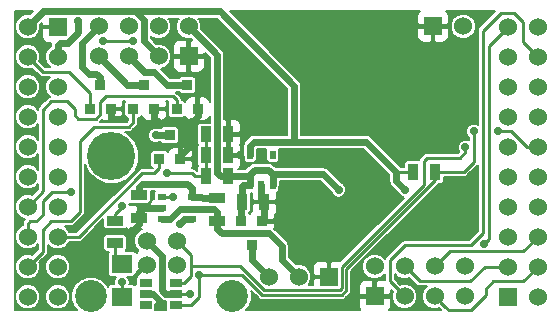
<source format=gtl>
G04 (created by PCBNEW (2013-may-18)-stable) date Вт 14 июн 2016 11:11:36*
%MOIN*%
G04 Gerber Fmt 3.4, Leading zero omitted, Abs format*
%FSLAX34Y34*%
G01*
G70*
G90*
G04 APERTURE LIST*
%ADD10C,0.00590551*%
%ADD11R,0.06X0.06*%
%ADD12C,0.06*%
%ADD13R,0.036X0.036*%
%ADD14R,0.0394X0.0276*%
%ADD15R,0.02X0.03*%
%ADD16R,0.03X0.02*%
%ADD17R,0.035X0.055*%
%ADD18R,0.055X0.035*%
%ADD19C,0.16*%
%ADD20R,0.0709X0.0629*%
%ADD21C,0.1063*%
%ADD22C,0.0275591*%
%ADD23C,0.015748*%
%ADD24C,0.023622*%
%ADD25C,0.01*%
%ADD26C,0.00787402*%
G04 APERTURE END LIST*
G54D10*
G54D11*
X41287Y-27767D03*
G54D12*
X42287Y-27767D03*
X41287Y-26767D03*
X42287Y-26767D03*
X41287Y-25767D03*
X42287Y-25767D03*
X41287Y-24767D03*
X42287Y-24767D03*
X41287Y-23767D03*
X42287Y-23767D03*
X41287Y-22767D03*
X42287Y-22767D03*
X41287Y-21767D03*
X42287Y-21767D03*
X41287Y-20767D03*
X42287Y-20767D03*
X41287Y-19767D03*
X42287Y-19767D03*
X41287Y-18767D03*
X42287Y-18767D03*
G54D11*
X26287Y-18767D03*
G54D12*
X25287Y-18767D03*
X26287Y-19767D03*
X25287Y-19767D03*
X26287Y-20767D03*
X25287Y-20767D03*
X26287Y-21767D03*
X25287Y-21767D03*
X26287Y-22767D03*
X25287Y-22767D03*
X26287Y-23767D03*
X25287Y-23767D03*
X26287Y-24767D03*
X25287Y-24767D03*
X26287Y-25767D03*
X25287Y-25767D03*
X26287Y-26767D03*
X25287Y-26767D03*
X26287Y-27767D03*
X25287Y-27767D03*
G54D13*
X28050Y-21500D03*
X27350Y-21500D03*
X27700Y-20700D03*
X30375Y-23175D03*
X29675Y-23175D03*
X30025Y-22375D03*
X29500Y-21500D03*
X28800Y-21500D03*
X29150Y-20700D03*
X32400Y-25250D03*
X33100Y-25250D03*
X32750Y-26050D03*
X30950Y-21500D03*
X30250Y-21500D03*
X30600Y-20700D03*
G54D14*
X30225Y-27300D03*
X30225Y-27675D03*
X30225Y-28050D03*
X29225Y-28050D03*
X29225Y-27675D03*
X29225Y-27300D03*
G54D15*
X32700Y-24025D03*
X33450Y-24025D03*
X32700Y-23025D03*
X33075Y-24025D03*
X33450Y-23025D03*
G54D16*
X29750Y-24425D03*
X29750Y-25175D03*
X30750Y-24425D03*
X29750Y-24800D03*
X30750Y-25175D03*
G54D17*
X31975Y-23750D03*
X31225Y-23750D03*
X38875Y-23600D03*
X38125Y-23600D03*
G54D18*
X31600Y-25225D03*
X31600Y-24475D03*
X29000Y-25125D03*
X29000Y-24375D03*
X28200Y-25975D03*
X28200Y-25225D03*
G54D17*
X31975Y-22350D03*
X31225Y-22350D03*
X31975Y-23050D03*
X31225Y-23050D03*
X32425Y-24600D03*
X33175Y-24600D03*
G54D11*
X36850Y-27750D03*
G54D12*
X36850Y-26750D03*
X37850Y-27750D03*
X37850Y-26750D03*
X38850Y-27750D03*
X38850Y-26750D03*
X39850Y-27750D03*
X39850Y-26750D03*
G54D11*
X35325Y-27100D03*
G54D12*
X34325Y-27100D03*
X33325Y-27100D03*
G54D11*
X38800Y-18750D03*
G54D12*
X39800Y-18750D03*
G54D19*
X28075Y-23075D03*
G54D20*
X28425Y-27784D03*
X28425Y-26666D03*
G54D11*
X30650Y-19750D03*
G54D12*
X30650Y-18750D03*
X29650Y-19750D03*
X29650Y-18750D03*
X28650Y-19750D03*
X28650Y-18750D03*
X27650Y-19750D03*
X27650Y-18750D03*
X29250Y-25900D03*
X30250Y-25900D03*
X30250Y-26687D03*
X29250Y-26687D03*
G54D21*
X27388Y-27750D03*
X32112Y-27750D03*
G54D22*
X37875Y-24200D03*
X26975Y-18575D03*
X35225Y-18600D03*
X37025Y-19275D03*
X34400Y-19625D03*
X35450Y-21050D03*
X37575Y-21800D03*
X28450Y-21850D03*
X30700Y-22750D03*
X28775Y-25575D03*
X29725Y-28025D03*
X30775Y-21925D03*
X29625Y-21925D03*
X32375Y-23050D03*
X40500Y-26000D03*
X39875Y-22775D03*
X31000Y-27025D03*
X40950Y-22250D03*
X40150Y-22250D03*
X30125Y-24425D03*
X28425Y-24725D03*
X30700Y-27675D03*
X28425Y-27275D03*
X30350Y-25325D03*
X29925Y-23650D03*
X26725Y-24275D03*
X28800Y-19250D03*
X27800Y-19250D03*
X29550Y-22375D03*
X35650Y-24200D03*
G54D23*
X41287Y-21767D02*
X41255Y-21767D01*
X26287Y-20767D02*
X26289Y-20767D01*
G54D24*
X37575Y-23600D02*
X37575Y-23900D01*
X37575Y-23900D02*
X37875Y-24200D01*
X28850Y-18250D02*
X31700Y-18250D01*
X34175Y-20725D02*
X34175Y-22500D01*
X31700Y-18250D02*
X34175Y-20725D01*
X25287Y-18767D02*
X25287Y-18762D01*
X29150Y-19250D02*
X29650Y-19750D01*
X29150Y-18550D02*
X29150Y-19250D01*
X28850Y-18250D02*
X29150Y-18550D01*
X25800Y-18250D02*
X28850Y-18250D01*
X25287Y-18762D02*
X25800Y-18250D01*
G54D25*
X37575Y-23600D02*
X38125Y-23600D01*
G54D24*
X34175Y-22500D02*
X34175Y-22600D01*
X34175Y-22600D02*
X34175Y-22500D01*
X34175Y-22600D02*
X36575Y-22600D01*
X32700Y-23025D02*
X32700Y-22725D01*
X32700Y-22725D02*
X32825Y-22600D01*
X32825Y-22600D02*
X34175Y-22600D01*
X36575Y-22600D02*
X37575Y-23600D01*
X26287Y-19362D02*
X26350Y-19300D01*
X26350Y-19300D02*
X26625Y-19300D01*
X26625Y-19300D02*
X26975Y-18950D01*
X26975Y-18950D02*
X26975Y-18575D01*
X26287Y-19767D02*
X26287Y-19362D01*
X28050Y-21500D02*
X28050Y-21775D01*
X28125Y-21850D02*
X28450Y-21850D01*
X28050Y-21775D02*
X28125Y-21850D01*
X30375Y-23175D02*
X30375Y-23075D01*
X30375Y-23075D02*
X30700Y-22750D01*
X29000Y-25125D02*
X29000Y-25350D01*
X29000Y-25350D02*
X28775Y-25575D01*
X29225Y-27675D02*
X29450Y-27675D01*
X29725Y-27950D02*
X29725Y-28025D01*
X29450Y-27675D02*
X29725Y-27950D01*
X30950Y-21500D02*
X30950Y-21750D01*
X30950Y-21750D02*
X30775Y-21925D01*
X29500Y-21500D02*
X29500Y-21800D01*
X29500Y-21800D02*
X29625Y-21925D01*
G54D25*
X31975Y-23050D02*
X32375Y-23050D01*
G54D24*
X33075Y-24025D02*
X33075Y-24500D01*
X33075Y-24500D02*
X33175Y-24600D01*
G54D25*
X31975Y-22350D02*
X31975Y-23050D01*
G54D24*
X33175Y-24600D02*
X33175Y-25175D01*
X33175Y-25175D02*
X33100Y-25250D01*
X29750Y-24800D02*
X29150Y-24800D01*
X29000Y-24950D02*
X29000Y-25125D01*
X29150Y-24800D02*
X29000Y-24950D01*
X32750Y-26050D02*
X32750Y-26525D01*
X32750Y-26525D02*
X33325Y-27100D01*
G54D25*
X41287Y-26767D02*
X40517Y-26767D01*
X38350Y-27250D02*
X37850Y-26750D01*
X40035Y-27250D02*
X38350Y-27250D01*
X40517Y-26767D02*
X40035Y-27250D01*
X38850Y-27750D02*
X39100Y-28000D01*
X41805Y-27250D02*
X42287Y-26767D01*
X40800Y-27250D02*
X41805Y-27250D01*
X40550Y-27500D02*
X40800Y-27250D01*
X40550Y-27700D02*
X40550Y-27500D01*
X40050Y-28200D02*
X40550Y-27700D01*
X39300Y-28200D02*
X40050Y-28200D01*
X39250Y-28150D02*
X39300Y-28200D01*
X39200Y-28100D02*
X39250Y-28150D01*
X39100Y-28000D02*
X39200Y-28100D01*
X38850Y-26750D02*
X39350Y-26250D01*
X41805Y-26250D02*
X42287Y-25767D01*
X39350Y-26250D02*
X41805Y-26250D01*
X40650Y-19405D02*
X41287Y-18767D01*
X40650Y-25850D02*
X40650Y-19405D01*
X40500Y-26000D02*
X40650Y-25850D01*
X37850Y-27750D02*
X37350Y-27250D01*
X41800Y-19280D02*
X42287Y-19767D01*
X41800Y-18600D02*
X41800Y-19280D01*
X41500Y-18300D02*
X41800Y-18600D01*
X41050Y-18300D02*
X41500Y-18300D01*
X40450Y-18900D02*
X41050Y-18300D01*
X40450Y-25650D02*
X40450Y-18900D01*
X40050Y-26050D02*
X40450Y-25650D01*
X37850Y-26050D02*
X40050Y-26050D01*
X37350Y-26550D02*
X37850Y-26050D01*
X37350Y-27250D02*
X37350Y-26550D01*
X30725Y-26750D02*
X32375Y-26750D01*
X39875Y-22950D02*
X39875Y-22775D01*
X39700Y-23125D02*
X39875Y-22950D01*
X38600Y-23125D02*
X39700Y-23125D01*
X38500Y-23225D02*
X38600Y-23125D01*
X38500Y-24025D02*
X38500Y-23225D01*
X35750Y-26775D02*
X38500Y-24025D01*
X35750Y-27475D02*
X35750Y-26775D01*
X35700Y-27525D02*
X35750Y-27475D01*
X33150Y-27525D02*
X35700Y-27525D01*
X32375Y-26750D02*
X33150Y-27525D01*
X30225Y-27300D02*
X30500Y-27300D01*
X30725Y-26375D02*
X30250Y-25900D01*
X30725Y-27075D02*
X30725Y-26750D01*
X30725Y-26750D02*
X30725Y-26375D01*
X30500Y-27300D02*
X30725Y-27075D01*
X31000Y-27025D02*
X31750Y-27025D01*
X38875Y-23874D02*
X35909Y-26840D01*
X35909Y-26840D02*
X35909Y-27540D01*
X35909Y-27540D02*
X35750Y-27700D01*
X35750Y-27700D02*
X33100Y-27700D01*
X33100Y-27700D02*
X32425Y-27025D01*
X32425Y-27025D02*
X31750Y-27025D01*
X38875Y-23874D02*
X38875Y-23600D01*
X30725Y-28050D02*
X30225Y-28050D01*
X31000Y-27775D02*
X30725Y-28050D01*
X31000Y-27025D02*
X31000Y-27775D01*
X40150Y-22250D02*
X40150Y-23275D01*
X40150Y-23275D02*
X39825Y-23600D01*
X39825Y-23600D02*
X38875Y-23600D01*
X42287Y-22767D02*
X41917Y-22767D01*
X41917Y-22767D02*
X41400Y-22250D01*
X41400Y-22250D02*
X40950Y-22250D01*
X38875Y-23525D02*
X38875Y-23600D01*
G54D24*
X33750Y-26075D02*
X33750Y-26525D01*
X33325Y-25650D02*
X33750Y-26075D01*
X31750Y-25650D02*
X33325Y-25650D01*
X31600Y-25500D02*
X31750Y-25650D01*
X31600Y-25225D02*
X31600Y-25500D01*
X33750Y-26525D02*
X34325Y-27100D01*
X29750Y-25175D02*
X30025Y-25175D01*
X31600Y-24950D02*
X31600Y-25225D01*
X31500Y-24850D02*
X31600Y-24950D01*
X30350Y-24850D02*
X31500Y-24850D01*
X30025Y-25175D02*
X30350Y-24850D01*
X30750Y-24425D02*
X31075Y-24425D01*
X31125Y-24475D02*
X31600Y-24475D01*
X31075Y-24425D02*
X31125Y-24475D01*
X29000Y-24375D02*
X29000Y-24100D01*
X30750Y-24150D02*
X30750Y-24425D01*
X30600Y-24000D02*
X30750Y-24150D01*
X29100Y-24000D02*
X30600Y-24000D01*
X29000Y-24100D02*
X29100Y-24000D01*
G54D25*
X25287Y-19767D02*
X25292Y-19767D01*
X27350Y-20975D02*
X27350Y-21500D01*
X26650Y-20275D02*
X27350Y-20975D01*
X25800Y-20275D02*
X26650Y-20275D01*
X25292Y-19767D02*
X25800Y-20275D01*
G54D24*
X27700Y-20700D02*
X27700Y-20450D01*
X27100Y-19300D02*
X27650Y-18750D01*
X27100Y-20100D02*
X27100Y-19300D01*
X27325Y-20325D02*
X27100Y-20100D01*
X27575Y-20325D02*
X27325Y-20325D01*
X27700Y-20450D02*
X27575Y-20325D01*
G54D25*
X28425Y-24725D02*
X28425Y-24775D01*
X29750Y-24425D02*
X30125Y-24425D01*
X28200Y-25000D02*
X28200Y-25225D01*
X28425Y-24775D02*
X28200Y-25000D01*
X28200Y-25975D02*
X28200Y-26441D01*
X28200Y-26441D02*
X28425Y-26666D01*
G54D24*
X29150Y-20700D02*
X28600Y-20700D01*
X28600Y-20700D02*
X27650Y-19750D01*
G54D25*
X28425Y-27784D02*
X28425Y-27275D01*
X30700Y-27675D02*
X30225Y-27675D01*
G54D24*
X29250Y-25900D02*
X29750Y-26400D01*
X29875Y-27675D02*
X30225Y-27675D01*
X29750Y-27550D02*
X29875Y-27675D01*
X29750Y-26400D02*
X29750Y-27550D01*
X30500Y-25175D02*
X30750Y-25175D01*
X30350Y-25325D02*
X30500Y-25175D01*
G54D25*
X25287Y-25767D02*
X25287Y-25337D01*
X30875Y-23750D02*
X31225Y-23750D01*
X30775Y-23650D02*
X30875Y-23750D01*
X29925Y-23650D02*
X30775Y-23650D01*
X26100Y-24275D02*
X26725Y-24275D01*
X25800Y-24575D02*
X26100Y-24275D01*
X25800Y-25025D02*
X25800Y-24575D01*
X25575Y-25250D02*
X25800Y-25025D01*
X25375Y-25250D02*
X25575Y-25250D01*
X25287Y-25337D02*
X25375Y-25250D01*
X31225Y-23050D02*
X31225Y-22350D01*
X31225Y-23750D02*
X31225Y-23050D01*
X27800Y-19250D02*
X28800Y-19250D01*
G54D24*
X30600Y-20700D02*
X29925Y-20700D01*
X29175Y-20275D02*
X28650Y-19750D01*
X29500Y-20275D02*
X29175Y-20275D01*
X29925Y-20700D02*
X29500Y-20275D01*
X29550Y-22375D02*
X30025Y-22375D01*
G54D25*
X27025Y-22600D02*
X27025Y-22575D01*
X25800Y-25525D02*
X25800Y-26255D01*
X26075Y-25250D02*
X25800Y-25525D01*
X26725Y-25250D02*
X26075Y-25250D01*
X27025Y-24950D02*
X26725Y-25250D01*
X27025Y-22600D02*
X27025Y-24950D01*
X25287Y-26767D02*
X25800Y-26255D01*
X28800Y-21950D02*
X28800Y-21500D01*
X28650Y-22100D02*
X28800Y-21950D01*
X27500Y-22100D02*
X28650Y-22100D01*
X27025Y-22575D02*
X27500Y-22100D01*
X26287Y-25767D02*
X26982Y-25767D01*
X29675Y-23475D02*
X29675Y-23175D01*
X29500Y-23650D02*
X29675Y-23475D01*
X29100Y-23650D02*
X29500Y-23650D01*
X26982Y-25767D02*
X29100Y-23650D01*
X25287Y-24767D02*
X25287Y-24762D01*
X30250Y-21200D02*
X30250Y-21500D01*
X30125Y-21075D02*
X30250Y-21200D01*
X27900Y-21075D02*
X30125Y-21075D01*
X27700Y-21275D02*
X27900Y-21075D01*
X27700Y-21675D02*
X27700Y-21275D01*
X27550Y-21825D02*
X27700Y-21675D01*
X26975Y-21825D02*
X27550Y-21825D01*
X26850Y-21700D02*
X26975Y-21825D01*
X26850Y-21500D02*
X26850Y-21700D01*
X26600Y-21250D02*
X26850Y-21500D01*
X26075Y-21250D02*
X26600Y-21250D01*
X25800Y-21525D02*
X26075Y-21250D01*
X25800Y-24250D02*
X25800Y-21525D01*
X25287Y-24762D02*
X25800Y-24250D01*
G54D24*
X33450Y-23675D02*
X35125Y-23675D01*
X35125Y-23675D02*
X35650Y-24200D01*
X31975Y-23750D02*
X31725Y-23750D01*
X31600Y-19700D02*
X30650Y-18750D01*
X31600Y-23625D02*
X31600Y-19700D01*
X31725Y-23750D02*
X31600Y-23625D01*
X32425Y-24600D02*
X32425Y-24075D01*
X32475Y-24025D02*
X32700Y-24025D01*
X32425Y-24075D02*
X32475Y-24025D01*
X32400Y-25250D02*
X32400Y-24625D01*
X32400Y-24625D02*
X32425Y-24600D01*
X31975Y-23750D02*
X32625Y-23750D01*
X32625Y-23750D02*
X32700Y-23675D01*
X32700Y-24025D02*
X32700Y-23675D01*
X33450Y-23675D02*
X33450Y-24025D01*
X33300Y-23525D02*
X33450Y-23675D01*
X32850Y-23525D02*
X33300Y-23525D01*
X32700Y-23675D02*
X32850Y-23525D01*
G54D10*
G36*
X28631Y-21880D02*
X28580Y-21931D01*
X28466Y-21931D01*
X28466Y-21633D01*
X28466Y-21598D01*
X28407Y-21539D01*
X28089Y-21539D01*
X28089Y-21857D01*
X28148Y-21916D01*
X28276Y-21916D01*
X28363Y-21880D01*
X28430Y-21813D01*
X28466Y-21727D01*
X28466Y-21633D01*
X28466Y-21931D01*
X27680Y-21931D01*
X27734Y-21878D01*
X27736Y-21880D01*
X27823Y-21916D01*
X27951Y-21916D01*
X28010Y-21857D01*
X28010Y-21539D01*
X28002Y-21539D01*
X28002Y-21460D01*
X28010Y-21460D01*
X28010Y-21452D01*
X28089Y-21452D01*
X28089Y-21460D01*
X28407Y-21460D01*
X28466Y-21401D01*
X28466Y-21366D01*
X28466Y-21272D01*
X28453Y-21243D01*
X28529Y-21243D01*
X28519Y-21253D01*
X28501Y-21296D01*
X28501Y-21343D01*
X28501Y-21703D01*
X28519Y-21746D01*
X28553Y-21780D01*
X28596Y-21798D01*
X28631Y-21798D01*
X28631Y-21880D01*
X28631Y-21880D01*
G37*
G54D26*
X28631Y-21880D02*
X28580Y-21931D01*
X28466Y-21931D01*
X28466Y-21633D01*
X28466Y-21598D01*
X28407Y-21539D01*
X28089Y-21539D01*
X28089Y-21857D01*
X28148Y-21916D01*
X28276Y-21916D01*
X28363Y-21880D01*
X28430Y-21813D01*
X28466Y-21727D01*
X28466Y-21633D01*
X28466Y-21931D01*
X27680Y-21931D01*
X27734Y-21878D01*
X27736Y-21880D01*
X27823Y-21916D01*
X27951Y-21916D01*
X28010Y-21857D01*
X28010Y-21539D01*
X28002Y-21539D01*
X28002Y-21460D01*
X28010Y-21460D01*
X28010Y-21452D01*
X28089Y-21452D01*
X28089Y-21460D01*
X28407Y-21460D01*
X28466Y-21401D01*
X28466Y-21366D01*
X28466Y-21272D01*
X28453Y-21243D01*
X28529Y-21243D01*
X28519Y-21253D01*
X28501Y-21296D01*
X28501Y-21343D01*
X28501Y-21703D01*
X28519Y-21746D01*
X28553Y-21780D01*
X28596Y-21798D01*
X28631Y-21798D01*
X28631Y-21880D01*
G54D10*
G36*
X29272Y-27714D02*
X29264Y-27714D01*
X29264Y-27722D01*
X29185Y-27722D01*
X29185Y-27714D01*
X29177Y-27714D01*
X29177Y-27635D01*
X29185Y-27635D01*
X29185Y-27627D01*
X29264Y-27627D01*
X29264Y-27635D01*
X29272Y-27635D01*
X29272Y-27714D01*
X29272Y-27714D01*
G37*
G54D26*
X29272Y-27714D02*
X29264Y-27714D01*
X29264Y-27722D01*
X29185Y-27722D01*
X29185Y-27714D01*
X29177Y-27714D01*
X29177Y-27635D01*
X29185Y-27635D01*
X29185Y-27627D01*
X29264Y-27627D01*
X29264Y-27635D01*
X29272Y-27635D01*
X29272Y-27714D01*
G54D10*
G36*
X29311Y-26692D02*
X29255Y-26748D01*
X29250Y-26742D01*
X28934Y-27058D01*
X28940Y-27081D01*
X28927Y-27095D01*
X28909Y-27138D01*
X28909Y-27185D01*
X28909Y-27330D01*
X28894Y-27336D01*
X28853Y-27376D01*
X28846Y-27369D01*
X28803Y-27351D01*
X28756Y-27351D01*
X28670Y-27351D01*
X28680Y-27326D01*
X28680Y-27224D01*
X28642Y-27130D01*
X28610Y-27098D01*
X28802Y-27098D01*
X28846Y-27080D01*
X28879Y-27047D01*
X28897Y-27004D01*
X28897Y-26983D01*
X29194Y-26687D01*
X29188Y-26681D01*
X29244Y-26625D01*
X29250Y-26631D01*
X29255Y-26625D01*
X29311Y-26681D01*
X29305Y-26687D01*
X29311Y-26692D01*
X29311Y-26692D01*
G37*
G54D26*
X29311Y-26692D02*
X29255Y-26748D01*
X29250Y-26742D01*
X28934Y-27058D01*
X28940Y-27081D01*
X28927Y-27095D01*
X28909Y-27138D01*
X28909Y-27185D01*
X28909Y-27330D01*
X28894Y-27336D01*
X28853Y-27376D01*
X28846Y-27369D01*
X28803Y-27351D01*
X28756Y-27351D01*
X28670Y-27351D01*
X28680Y-27326D01*
X28680Y-27224D01*
X28642Y-27130D01*
X28610Y-27098D01*
X28802Y-27098D01*
X28846Y-27080D01*
X28879Y-27047D01*
X28897Y-27004D01*
X28897Y-26983D01*
X29194Y-26687D01*
X29188Y-26681D01*
X29244Y-26625D01*
X29250Y-26631D01*
X29255Y-26625D01*
X29311Y-26681D01*
X29305Y-26687D01*
X29311Y-26692D01*
G54D10*
G36*
X29521Y-24236D02*
X29499Y-24258D01*
X29481Y-24301D01*
X29481Y-24348D01*
X29481Y-24493D01*
X29466Y-24499D01*
X29399Y-24566D01*
X29363Y-24653D01*
X29363Y-24701D01*
X29422Y-24760D01*
X29419Y-24760D01*
X29408Y-24749D01*
X29322Y-24713D01*
X29228Y-24713D01*
X29098Y-24713D01*
X29039Y-24772D01*
X29039Y-25085D01*
X29047Y-25085D01*
X29047Y-25164D01*
X29039Y-25164D01*
X29039Y-25477D01*
X29080Y-25517D01*
X29013Y-25545D01*
X28895Y-25662D01*
X28831Y-25816D01*
X28831Y-25982D01*
X28895Y-26136D01*
X28975Y-26216D01*
X28961Y-26222D01*
X28934Y-26315D01*
X28891Y-26273D01*
X28879Y-26285D01*
X28879Y-26284D01*
X28846Y-26251D01*
X28803Y-26233D01*
X28756Y-26233D01*
X28558Y-26233D01*
X28575Y-26216D01*
X28593Y-26173D01*
X28593Y-26126D01*
X28593Y-25776D01*
X28575Y-25733D01*
X28541Y-25699D01*
X28498Y-25681D01*
X28451Y-25681D01*
X27901Y-25681D01*
X27858Y-25699D01*
X27824Y-25733D01*
X27806Y-25776D01*
X27806Y-25823D01*
X27806Y-26173D01*
X27824Y-26216D01*
X27858Y-26250D01*
X27901Y-26268D01*
X27948Y-26268D01*
X27986Y-26268D01*
X27970Y-26284D01*
X27952Y-26327D01*
X27952Y-26374D01*
X27952Y-27003D01*
X27970Y-27047D01*
X28003Y-27080D01*
X28046Y-27098D01*
X28093Y-27098D01*
X28239Y-27098D01*
X28208Y-27129D01*
X28169Y-27223D01*
X28169Y-27325D01*
X28179Y-27351D01*
X28047Y-27351D01*
X28003Y-27369D01*
X27970Y-27402D01*
X27958Y-27430D01*
X27939Y-27382D01*
X27756Y-27199D01*
X27517Y-27100D01*
X27259Y-27100D01*
X27020Y-27198D01*
X26837Y-27381D01*
X26738Y-27620D01*
X26738Y-27878D01*
X26836Y-28117D01*
X26921Y-28202D01*
X26705Y-28202D01*
X26705Y-27684D01*
X26705Y-26684D01*
X26642Y-26531D01*
X26524Y-26413D01*
X26370Y-26349D01*
X26204Y-26349D01*
X26050Y-26413D01*
X25933Y-26530D01*
X25869Y-26684D01*
X25869Y-26850D01*
X25932Y-27004D01*
X26050Y-27121D01*
X26203Y-27185D01*
X26370Y-27185D01*
X26523Y-27122D01*
X26641Y-27004D01*
X26705Y-26851D01*
X26705Y-26684D01*
X26705Y-27684D01*
X26642Y-27531D01*
X26524Y-27413D01*
X26370Y-27349D01*
X26204Y-27349D01*
X26050Y-27413D01*
X25933Y-27530D01*
X25869Y-27684D01*
X25869Y-27850D01*
X25932Y-28004D01*
X26050Y-28121D01*
X26203Y-28185D01*
X26370Y-28185D01*
X26523Y-28122D01*
X26641Y-28004D01*
X26705Y-27851D01*
X26705Y-27684D01*
X26705Y-28202D01*
X25705Y-28202D01*
X25705Y-27684D01*
X25642Y-27531D01*
X25524Y-27413D01*
X25370Y-27349D01*
X25204Y-27349D01*
X25050Y-27413D01*
X24933Y-27530D01*
X24869Y-27684D01*
X24869Y-27850D01*
X24932Y-28004D01*
X25050Y-28121D01*
X25203Y-28185D01*
X25370Y-28185D01*
X25523Y-28122D01*
X25641Y-28004D01*
X25705Y-27851D01*
X25705Y-27684D01*
X25705Y-28202D01*
X24847Y-28202D01*
X24847Y-18247D01*
X25468Y-18247D01*
X25366Y-18349D01*
X25204Y-18349D01*
X25050Y-18413D01*
X24933Y-18530D01*
X24869Y-18684D01*
X24869Y-18850D01*
X24932Y-19004D01*
X25050Y-19121D01*
X25203Y-19185D01*
X25370Y-19185D01*
X25523Y-19122D01*
X25641Y-19004D01*
X25705Y-18851D01*
X25705Y-18684D01*
X25703Y-18680D01*
X25751Y-18632D01*
X25751Y-18669D01*
X25810Y-18728D01*
X26248Y-18728D01*
X26248Y-18720D01*
X26326Y-18720D01*
X26326Y-18728D01*
X26334Y-18728D01*
X26334Y-18807D01*
X26326Y-18807D01*
X26326Y-18814D01*
X26248Y-18814D01*
X26248Y-18807D01*
X25810Y-18807D01*
X25751Y-18866D01*
X25751Y-19114D01*
X25787Y-19201D01*
X25853Y-19267D01*
X25940Y-19303D01*
X26034Y-19303D01*
X26062Y-19303D01*
X26051Y-19362D01*
X26051Y-19412D01*
X26050Y-19413D01*
X25933Y-19530D01*
X25869Y-19684D01*
X25869Y-19850D01*
X25932Y-20004D01*
X26035Y-20106D01*
X25869Y-20106D01*
X25678Y-19915D01*
X25705Y-19851D01*
X25705Y-19684D01*
X25642Y-19531D01*
X25524Y-19413D01*
X25370Y-19349D01*
X25204Y-19349D01*
X25050Y-19413D01*
X24933Y-19530D01*
X24869Y-19684D01*
X24869Y-19850D01*
X24932Y-20004D01*
X25050Y-20121D01*
X25203Y-20185D01*
X25370Y-20185D01*
X25443Y-20155D01*
X25681Y-20393D01*
X25681Y-20393D01*
X25735Y-20430D01*
X25800Y-20443D01*
X26020Y-20443D01*
X25933Y-20530D01*
X25869Y-20684D01*
X25869Y-20850D01*
X25932Y-21004D01*
X26020Y-21092D01*
X26010Y-21094D01*
X25956Y-21131D01*
X25956Y-21131D01*
X25705Y-21381D01*
X25705Y-20684D01*
X25642Y-20531D01*
X25524Y-20413D01*
X25370Y-20349D01*
X25204Y-20349D01*
X25050Y-20413D01*
X24933Y-20530D01*
X24869Y-20684D01*
X24869Y-20850D01*
X24932Y-21004D01*
X25050Y-21121D01*
X25203Y-21185D01*
X25370Y-21185D01*
X25523Y-21122D01*
X25641Y-21004D01*
X25705Y-20851D01*
X25705Y-20684D01*
X25705Y-21381D01*
X25681Y-21406D01*
X25644Y-21460D01*
X25632Y-21521D01*
X25524Y-21413D01*
X25370Y-21349D01*
X25204Y-21349D01*
X25050Y-21413D01*
X24933Y-21530D01*
X24869Y-21684D01*
X24869Y-21850D01*
X24932Y-22004D01*
X25050Y-22121D01*
X25203Y-22185D01*
X25370Y-22185D01*
X25523Y-22122D01*
X25631Y-22014D01*
X25631Y-22520D01*
X25524Y-22413D01*
X25370Y-22349D01*
X25204Y-22349D01*
X25050Y-22413D01*
X24933Y-22530D01*
X24869Y-22684D01*
X24869Y-22850D01*
X24932Y-23004D01*
X25050Y-23121D01*
X25203Y-23185D01*
X25370Y-23185D01*
X25523Y-23122D01*
X25631Y-23014D01*
X25631Y-23520D01*
X25524Y-23413D01*
X25370Y-23349D01*
X25204Y-23349D01*
X25050Y-23413D01*
X24933Y-23530D01*
X24869Y-23684D01*
X24869Y-23850D01*
X24932Y-24004D01*
X25050Y-24121D01*
X25203Y-24185D01*
X25370Y-24185D01*
X25523Y-24122D01*
X25631Y-24014D01*
X25631Y-24180D01*
X25435Y-24376D01*
X25370Y-24349D01*
X25204Y-24349D01*
X25050Y-24413D01*
X24933Y-24530D01*
X24869Y-24684D01*
X24869Y-24850D01*
X24932Y-25004D01*
X25050Y-25121D01*
X25202Y-25185D01*
X25168Y-25218D01*
X25132Y-25273D01*
X25119Y-25337D01*
X25119Y-25337D01*
X25119Y-25384D01*
X25050Y-25413D01*
X24933Y-25530D01*
X24869Y-25684D01*
X24869Y-25850D01*
X24932Y-26004D01*
X25050Y-26121D01*
X25203Y-26185D01*
X25370Y-26185D01*
X25523Y-26122D01*
X25631Y-26014D01*
X25631Y-26185D01*
X25439Y-26378D01*
X25370Y-26349D01*
X25204Y-26349D01*
X25050Y-26413D01*
X24933Y-26530D01*
X24869Y-26684D01*
X24869Y-26850D01*
X24932Y-27004D01*
X25050Y-27121D01*
X25203Y-27185D01*
X25370Y-27185D01*
X25523Y-27122D01*
X25641Y-27004D01*
X25705Y-26851D01*
X25705Y-26684D01*
X25677Y-26615D01*
X25918Y-26373D01*
X25955Y-26319D01*
X25968Y-26255D01*
X25968Y-26255D01*
X25968Y-26255D01*
X25968Y-26039D01*
X26050Y-26121D01*
X26203Y-26185D01*
X26370Y-26185D01*
X26523Y-26122D01*
X26641Y-26004D01*
X26670Y-25935D01*
X26982Y-25935D01*
X26982Y-25935D01*
X26982Y-25935D01*
X27046Y-25923D01*
X27101Y-25886D01*
X27806Y-25180D01*
X27806Y-25423D01*
X27824Y-25466D01*
X27858Y-25500D01*
X27901Y-25518D01*
X27948Y-25518D01*
X28498Y-25518D01*
X28541Y-25500D01*
X28566Y-25475D01*
X28591Y-25500D01*
X28677Y-25536D01*
X28771Y-25536D01*
X28901Y-25536D01*
X28960Y-25477D01*
X28960Y-25164D01*
X28952Y-25164D01*
X28952Y-25085D01*
X28960Y-25085D01*
X28960Y-24772D01*
X28901Y-24713D01*
X28771Y-24713D01*
X28680Y-24713D01*
X28680Y-24674D01*
X28673Y-24656D01*
X28701Y-24668D01*
X28748Y-24668D01*
X29298Y-24668D01*
X29341Y-24650D01*
X29375Y-24616D01*
X29393Y-24573D01*
X29393Y-24526D01*
X29393Y-24236D01*
X29521Y-24236D01*
X29521Y-24236D01*
G37*
G54D26*
X29521Y-24236D02*
X29499Y-24258D01*
X29481Y-24301D01*
X29481Y-24348D01*
X29481Y-24493D01*
X29466Y-24499D01*
X29399Y-24566D01*
X29363Y-24653D01*
X29363Y-24701D01*
X29422Y-24760D01*
X29419Y-24760D01*
X29408Y-24749D01*
X29322Y-24713D01*
X29228Y-24713D01*
X29098Y-24713D01*
X29039Y-24772D01*
X29039Y-25085D01*
X29047Y-25085D01*
X29047Y-25164D01*
X29039Y-25164D01*
X29039Y-25477D01*
X29080Y-25517D01*
X29013Y-25545D01*
X28895Y-25662D01*
X28831Y-25816D01*
X28831Y-25982D01*
X28895Y-26136D01*
X28975Y-26216D01*
X28961Y-26222D01*
X28934Y-26315D01*
X28891Y-26273D01*
X28879Y-26285D01*
X28879Y-26284D01*
X28846Y-26251D01*
X28803Y-26233D01*
X28756Y-26233D01*
X28558Y-26233D01*
X28575Y-26216D01*
X28593Y-26173D01*
X28593Y-26126D01*
X28593Y-25776D01*
X28575Y-25733D01*
X28541Y-25699D01*
X28498Y-25681D01*
X28451Y-25681D01*
X27901Y-25681D01*
X27858Y-25699D01*
X27824Y-25733D01*
X27806Y-25776D01*
X27806Y-25823D01*
X27806Y-26173D01*
X27824Y-26216D01*
X27858Y-26250D01*
X27901Y-26268D01*
X27948Y-26268D01*
X27986Y-26268D01*
X27970Y-26284D01*
X27952Y-26327D01*
X27952Y-26374D01*
X27952Y-27003D01*
X27970Y-27047D01*
X28003Y-27080D01*
X28046Y-27098D01*
X28093Y-27098D01*
X28239Y-27098D01*
X28208Y-27129D01*
X28169Y-27223D01*
X28169Y-27325D01*
X28179Y-27351D01*
X28047Y-27351D01*
X28003Y-27369D01*
X27970Y-27402D01*
X27958Y-27430D01*
X27939Y-27382D01*
X27756Y-27199D01*
X27517Y-27100D01*
X27259Y-27100D01*
X27020Y-27198D01*
X26837Y-27381D01*
X26738Y-27620D01*
X26738Y-27878D01*
X26836Y-28117D01*
X26921Y-28202D01*
X26705Y-28202D01*
X26705Y-27684D01*
X26705Y-26684D01*
X26642Y-26531D01*
X26524Y-26413D01*
X26370Y-26349D01*
X26204Y-26349D01*
X26050Y-26413D01*
X25933Y-26530D01*
X25869Y-26684D01*
X25869Y-26850D01*
X25932Y-27004D01*
X26050Y-27121D01*
X26203Y-27185D01*
X26370Y-27185D01*
X26523Y-27122D01*
X26641Y-27004D01*
X26705Y-26851D01*
X26705Y-26684D01*
X26705Y-27684D01*
X26642Y-27531D01*
X26524Y-27413D01*
X26370Y-27349D01*
X26204Y-27349D01*
X26050Y-27413D01*
X25933Y-27530D01*
X25869Y-27684D01*
X25869Y-27850D01*
X25932Y-28004D01*
X26050Y-28121D01*
X26203Y-28185D01*
X26370Y-28185D01*
X26523Y-28122D01*
X26641Y-28004D01*
X26705Y-27851D01*
X26705Y-27684D01*
X26705Y-28202D01*
X25705Y-28202D01*
X25705Y-27684D01*
X25642Y-27531D01*
X25524Y-27413D01*
X25370Y-27349D01*
X25204Y-27349D01*
X25050Y-27413D01*
X24933Y-27530D01*
X24869Y-27684D01*
X24869Y-27850D01*
X24932Y-28004D01*
X25050Y-28121D01*
X25203Y-28185D01*
X25370Y-28185D01*
X25523Y-28122D01*
X25641Y-28004D01*
X25705Y-27851D01*
X25705Y-27684D01*
X25705Y-28202D01*
X24847Y-28202D01*
X24847Y-18247D01*
X25468Y-18247D01*
X25366Y-18349D01*
X25204Y-18349D01*
X25050Y-18413D01*
X24933Y-18530D01*
X24869Y-18684D01*
X24869Y-18850D01*
X24932Y-19004D01*
X25050Y-19121D01*
X25203Y-19185D01*
X25370Y-19185D01*
X25523Y-19122D01*
X25641Y-19004D01*
X25705Y-18851D01*
X25705Y-18684D01*
X25703Y-18680D01*
X25751Y-18632D01*
X25751Y-18669D01*
X25810Y-18728D01*
X26248Y-18728D01*
X26248Y-18720D01*
X26326Y-18720D01*
X26326Y-18728D01*
X26334Y-18728D01*
X26334Y-18807D01*
X26326Y-18807D01*
X26326Y-18814D01*
X26248Y-18814D01*
X26248Y-18807D01*
X25810Y-18807D01*
X25751Y-18866D01*
X25751Y-19114D01*
X25787Y-19201D01*
X25853Y-19267D01*
X25940Y-19303D01*
X26034Y-19303D01*
X26062Y-19303D01*
X26051Y-19362D01*
X26051Y-19412D01*
X26050Y-19413D01*
X25933Y-19530D01*
X25869Y-19684D01*
X25869Y-19850D01*
X25932Y-20004D01*
X26035Y-20106D01*
X25869Y-20106D01*
X25678Y-19915D01*
X25705Y-19851D01*
X25705Y-19684D01*
X25642Y-19531D01*
X25524Y-19413D01*
X25370Y-19349D01*
X25204Y-19349D01*
X25050Y-19413D01*
X24933Y-19530D01*
X24869Y-19684D01*
X24869Y-19850D01*
X24932Y-20004D01*
X25050Y-20121D01*
X25203Y-20185D01*
X25370Y-20185D01*
X25443Y-20155D01*
X25681Y-20393D01*
X25681Y-20393D01*
X25735Y-20430D01*
X25800Y-20443D01*
X26020Y-20443D01*
X25933Y-20530D01*
X25869Y-20684D01*
X25869Y-20850D01*
X25932Y-21004D01*
X26020Y-21092D01*
X26010Y-21094D01*
X25956Y-21131D01*
X25956Y-21131D01*
X25705Y-21381D01*
X25705Y-20684D01*
X25642Y-20531D01*
X25524Y-20413D01*
X25370Y-20349D01*
X25204Y-20349D01*
X25050Y-20413D01*
X24933Y-20530D01*
X24869Y-20684D01*
X24869Y-20850D01*
X24932Y-21004D01*
X25050Y-21121D01*
X25203Y-21185D01*
X25370Y-21185D01*
X25523Y-21122D01*
X25641Y-21004D01*
X25705Y-20851D01*
X25705Y-20684D01*
X25705Y-21381D01*
X25681Y-21406D01*
X25644Y-21460D01*
X25632Y-21521D01*
X25524Y-21413D01*
X25370Y-21349D01*
X25204Y-21349D01*
X25050Y-21413D01*
X24933Y-21530D01*
X24869Y-21684D01*
X24869Y-21850D01*
X24932Y-22004D01*
X25050Y-22121D01*
X25203Y-22185D01*
X25370Y-22185D01*
X25523Y-22122D01*
X25631Y-22014D01*
X25631Y-22520D01*
X25524Y-22413D01*
X25370Y-22349D01*
X25204Y-22349D01*
X25050Y-22413D01*
X24933Y-22530D01*
X24869Y-22684D01*
X24869Y-22850D01*
X24932Y-23004D01*
X25050Y-23121D01*
X25203Y-23185D01*
X25370Y-23185D01*
X25523Y-23122D01*
X25631Y-23014D01*
X25631Y-23520D01*
X25524Y-23413D01*
X25370Y-23349D01*
X25204Y-23349D01*
X25050Y-23413D01*
X24933Y-23530D01*
X24869Y-23684D01*
X24869Y-23850D01*
X24932Y-24004D01*
X25050Y-24121D01*
X25203Y-24185D01*
X25370Y-24185D01*
X25523Y-24122D01*
X25631Y-24014D01*
X25631Y-24180D01*
X25435Y-24376D01*
X25370Y-24349D01*
X25204Y-24349D01*
X25050Y-24413D01*
X24933Y-24530D01*
X24869Y-24684D01*
X24869Y-24850D01*
X24932Y-25004D01*
X25050Y-25121D01*
X25202Y-25185D01*
X25168Y-25218D01*
X25132Y-25273D01*
X25119Y-25337D01*
X25119Y-25337D01*
X25119Y-25384D01*
X25050Y-25413D01*
X24933Y-25530D01*
X24869Y-25684D01*
X24869Y-25850D01*
X24932Y-26004D01*
X25050Y-26121D01*
X25203Y-26185D01*
X25370Y-26185D01*
X25523Y-26122D01*
X25631Y-26014D01*
X25631Y-26185D01*
X25439Y-26378D01*
X25370Y-26349D01*
X25204Y-26349D01*
X25050Y-26413D01*
X24933Y-26530D01*
X24869Y-26684D01*
X24869Y-26850D01*
X24932Y-27004D01*
X25050Y-27121D01*
X25203Y-27185D01*
X25370Y-27185D01*
X25523Y-27122D01*
X25641Y-27004D01*
X25705Y-26851D01*
X25705Y-26684D01*
X25677Y-26615D01*
X25918Y-26373D01*
X25955Y-26319D01*
X25968Y-26255D01*
X25968Y-26255D01*
X25968Y-26255D01*
X25968Y-26039D01*
X26050Y-26121D01*
X26203Y-26185D01*
X26370Y-26185D01*
X26523Y-26122D01*
X26641Y-26004D01*
X26670Y-25935D01*
X26982Y-25935D01*
X26982Y-25935D01*
X26982Y-25935D01*
X27046Y-25923D01*
X27101Y-25886D01*
X27806Y-25180D01*
X27806Y-25423D01*
X27824Y-25466D01*
X27858Y-25500D01*
X27901Y-25518D01*
X27948Y-25518D01*
X28498Y-25518D01*
X28541Y-25500D01*
X28566Y-25475D01*
X28591Y-25500D01*
X28677Y-25536D01*
X28771Y-25536D01*
X28901Y-25536D01*
X28960Y-25477D01*
X28960Y-25164D01*
X28952Y-25164D01*
X28952Y-25085D01*
X28960Y-25085D01*
X28960Y-24772D01*
X28901Y-24713D01*
X28771Y-24713D01*
X28680Y-24713D01*
X28680Y-24674D01*
X28673Y-24656D01*
X28701Y-24668D01*
X28748Y-24668D01*
X29298Y-24668D01*
X29341Y-24650D01*
X29375Y-24616D01*
X29393Y-24573D01*
X29393Y-24526D01*
X29393Y-24236D01*
X29521Y-24236D01*
G54D10*
G36*
X29797Y-24839D02*
X29789Y-24839D01*
X29789Y-24847D01*
X29710Y-24847D01*
X29710Y-24839D01*
X29702Y-24839D01*
X29702Y-24760D01*
X29710Y-24760D01*
X29710Y-24752D01*
X29789Y-24752D01*
X29789Y-24760D01*
X29797Y-24760D01*
X29797Y-24839D01*
X29797Y-24839D01*
G37*
G54D26*
X29797Y-24839D02*
X29789Y-24839D01*
X29789Y-24847D01*
X29710Y-24847D01*
X29710Y-24839D01*
X29702Y-24839D01*
X29702Y-24760D01*
X29710Y-24760D01*
X29710Y-24752D01*
X29789Y-24752D01*
X29789Y-24760D01*
X29797Y-24760D01*
X29797Y-24839D01*
G54D10*
G36*
X29909Y-27911D02*
X29909Y-27935D01*
X29909Y-28202D01*
X29540Y-28202D01*
X29540Y-28164D01*
X29540Y-28019D01*
X29555Y-28013D01*
X29622Y-27946D01*
X29658Y-27859D01*
X29658Y-27792D01*
X29707Y-27842D01*
X29707Y-27842D01*
X29784Y-27893D01*
X29784Y-27893D01*
X29874Y-27911D01*
X29875Y-27911D01*
X29909Y-27911D01*
X29909Y-27911D01*
G37*
G54D26*
X29909Y-27911D02*
X29909Y-27935D01*
X29909Y-28202D01*
X29540Y-28202D01*
X29540Y-28164D01*
X29540Y-28019D01*
X29555Y-28013D01*
X29622Y-27946D01*
X29658Y-27859D01*
X29658Y-27792D01*
X29707Y-27842D01*
X29707Y-27842D01*
X29784Y-27893D01*
X29784Y-27893D01*
X29874Y-27911D01*
X29875Y-27911D01*
X29909Y-27911D01*
G54D10*
G36*
X31363Y-21956D02*
X31026Y-21956D01*
X30983Y-21974D01*
X30949Y-22008D01*
X30931Y-22051D01*
X30931Y-22098D01*
X30931Y-22648D01*
X30949Y-22691D01*
X30957Y-22699D01*
X30949Y-22708D01*
X30931Y-22751D01*
X30931Y-22798D01*
X30931Y-23348D01*
X30949Y-23391D01*
X30957Y-23399D01*
X30949Y-23408D01*
X30931Y-23451D01*
X30931Y-23498D01*
X30931Y-23569D01*
X30893Y-23531D01*
X30839Y-23494D01*
X30775Y-23481D01*
X30774Y-23481D01*
X30758Y-23481D01*
X30791Y-23402D01*
X30791Y-23308D01*
X30791Y-23041D01*
X30791Y-22947D01*
X30755Y-22861D01*
X30688Y-22794D01*
X30601Y-22758D01*
X30473Y-22758D01*
X30414Y-22817D01*
X30414Y-23135D01*
X30732Y-23135D01*
X30791Y-23076D01*
X30791Y-23041D01*
X30791Y-23308D01*
X30791Y-23273D01*
X30732Y-23214D01*
X30414Y-23214D01*
X30414Y-23222D01*
X30335Y-23222D01*
X30335Y-23214D01*
X30327Y-23214D01*
X30327Y-23135D01*
X30335Y-23135D01*
X30335Y-22817D01*
X30323Y-22805D01*
X30323Y-22531D01*
X30323Y-22171D01*
X30305Y-22128D01*
X30271Y-22094D01*
X30228Y-22076D01*
X30181Y-22076D01*
X29916Y-22076D01*
X29916Y-21633D01*
X29916Y-21598D01*
X29857Y-21539D01*
X29539Y-21539D01*
X29539Y-21857D01*
X29598Y-21916D01*
X29726Y-21916D01*
X29813Y-21880D01*
X29880Y-21813D01*
X29916Y-21727D01*
X29916Y-21633D01*
X29916Y-22076D01*
X29821Y-22076D01*
X29778Y-22094D01*
X29744Y-22128D01*
X29740Y-22138D01*
X29648Y-22138D01*
X29601Y-22119D01*
X29499Y-22119D01*
X29405Y-22157D01*
X29333Y-22229D01*
X29294Y-22323D01*
X29294Y-22425D01*
X29332Y-22519D01*
X29404Y-22591D01*
X29498Y-22630D01*
X29600Y-22630D01*
X29648Y-22611D01*
X29740Y-22611D01*
X29744Y-22621D01*
X29778Y-22655D01*
X29821Y-22673D01*
X29868Y-22673D01*
X30228Y-22673D01*
X30271Y-22655D01*
X30305Y-22621D01*
X30323Y-22578D01*
X30323Y-22531D01*
X30323Y-22805D01*
X30276Y-22758D01*
X30148Y-22758D01*
X30061Y-22794D01*
X29994Y-22861D01*
X29961Y-22942D01*
X29955Y-22928D01*
X29921Y-22894D01*
X29878Y-22876D01*
X29831Y-22876D01*
X29471Y-22876D01*
X29428Y-22894D01*
X29394Y-22928D01*
X29376Y-22971D01*
X29376Y-23018D01*
X29376Y-23378D01*
X29394Y-23421D01*
X29428Y-23455D01*
X29448Y-23463D01*
X29430Y-23481D01*
X29100Y-23481D01*
X29099Y-23481D01*
X29087Y-23484D01*
X29035Y-23494D01*
X28981Y-23531D01*
X28981Y-23531D01*
X26912Y-25599D01*
X26670Y-25599D01*
X26642Y-25531D01*
X26529Y-25418D01*
X26724Y-25418D01*
X26725Y-25418D01*
X26725Y-25418D01*
X26789Y-25405D01*
X26843Y-25368D01*
X27143Y-25068D01*
X27143Y-25068D01*
X27143Y-25068D01*
X27180Y-25014D01*
X27180Y-25014D01*
X27190Y-24962D01*
X27193Y-24950D01*
X27193Y-24950D01*
X27193Y-24950D01*
X27193Y-23344D01*
X27296Y-23594D01*
X27554Y-23852D01*
X27891Y-23992D01*
X28256Y-23993D01*
X28594Y-23853D01*
X28852Y-23595D01*
X28992Y-23258D01*
X28993Y-22893D01*
X28853Y-22555D01*
X28595Y-22297D01*
X28525Y-22268D01*
X28649Y-22268D01*
X28650Y-22268D01*
X28650Y-22268D01*
X28714Y-22255D01*
X28768Y-22218D01*
X28918Y-22068D01*
X28918Y-22068D01*
X28918Y-22068D01*
X28955Y-22014D01*
X28968Y-21950D01*
X28968Y-21798D01*
X29003Y-21798D01*
X29046Y-21780D01*
X29080Y-21746D01*
X29086Y-21732D01*
X29119Y-21813D01*
X29186Y-21880D01*
X29273Y-21916D01*
X29401Y-21916D01*
X29460Y-21857D01*
X29460Y-21539D01*
X29452Y-21539D01*
X29452Y-21460D01*
X29460Y-21460D01*
X29460Y-21452D01*
X29539Y-21452D01*
X29539Y-21460D01*
X29857Y-21460D01*
X29916Y-21401D01*
X29916Y-21366D01*
X29916Y-21272D01*
X29903Y-21243D01*
X29979Y-21243D01*
X29969Y-21253D01*
X29951Y-21296D01*
X29951Y-21343D01*
X29951Y-21703D01*
X29969Y-21746D01*
X30003Y-21780D01*
X30046Y-21798D01*
X30093Y-21798D01*
X30453Y-21798D01*
X30496Y-21780D01*
X30530Y-21746D01*
X30536Y-21732D01*
X30569Y-21813D01*
X30636Y-21880D01*
X30723Y-21916D01*
X30851Y-21916D01*
X30910Y-21857D01*
X30910Y-21539D01*
X30902Y-21539D01*
X30902Y-21460D01*
X30910Y-21460D01*
X30910Y-21142D01*
X30851Y-21083D01*
X30723Y-21083D01*
X30636Y-21119D01*
X30569Y-21186D01*
X30536Y-21267D01*
X30530Y-21253D01*
X30496Y-21219D01*
X30453Y-21201D01*
X30418Y-21201D01*
X30418Y-21200D01*
X30418Y-21199D01*
X30418Y-21199D01*
X30415Y-21187D01*
X30405Y-21135D01*
X30405Y-21135D01*
X30368Y-21081D01*
X30368Y-21081D01*
X30243Y-20956D01*
X30214Y-20936D01*
X30315Y-20936D01*
X30319Y-20946D01*
X30353Y-20980D01*
X30396Y-20998D01*
X30443Y-20998D01*
X30803Y-20998D01*
X30846Y-20980D01*
X30880Y-20946D01*
X30898Y-20903D01*
X30898Y-20856D01*
X30898Y-20496D01*
X30880Y-20453D01*
X30846Y-20419D01*
X30803Y-20401D01*
X30756Y-20401D01*
X30610Y-20401D01*
X30610Y-20227D01*
X30610Y-19789D01*
X30610Y-19710D01*
X30610Y-19272D01*
X30551Y-19213D01*
X30303Y-19213D01*
X30216Y-19249D01*
X30149Y-19316D01*
X30113Y-19402D01*
X30113Y-19496D01*
X30113Y-19651D01*
X30172Y-19710D01*
X30610Y-19710D01*
X30610Y-19789D01*
X30172Y-19789D01*
X30113Y-19848D01*
X30113Y-20003D01*
X30113Y-20097D01*
X30149Y-20183D01*
X30216Y-20250D01*
X30303Y-20286D01*
X30551Y-20286D01*
X30610Y-20227D01*
X30610Y-20401D01*
X30396Y-20401D01*
X30353Y-20419D01*
X30319Y-20453D01*
X30315Y-20463D01*
X30022Y-20463D01*
X29727Y-20168D01*
X29732Y-20168D01*
X29886Y-20104D01*
X30004Y-19987D01*
X30068Y-19833D01*
X30068Y-19667D01*
X30004Y-19513D01*
X29887Y-19395D01*
X29733Y-19331D01*
X29567Y-19331D01*
X29566Y-19332D01*
X29386Y-19152D01*
X29386Y-19077D01*
X29412Y-19104D01*
X29566Y-19168D01*
X29732Y-19168D01*
X29886Y-19104D01*
X30004Y-18987D01*
X30068Y-18833D01*
X30068Y-18667D01*
X30004Y-18513D01*
X29977Y-18486D01*
X30322Y-18486D01*
X30295Y-18512D01*
X30231Y-18666D01*
X30231Y-18832D01*
X30295Y-18986D01*
X30412Y-19104D01*
X30566Y-19168D01*
X30732Y-19168D01*
X30733Y-19167D01*
X30779Y-19213D01*
X30748Y-19213D01*
X30689Y-19272D01*
X30689Y-19710D01*
X31127Y-19710D01*
X31186Y-19651D01*
X31186Y-19620D01*
X31363Y-19797D01*
X31363Y-21267D01*
X31330Y-21186D01*
X31263Y-21119D01*
X31186Y-21087D01*
X31186Y-20003D01*
X31186Y-19848D01*
X31127Y-19789D01*
X30689Y-19789D01*
X30689Y-20227D01*
X30748Y-20286D01*
X30996Y-20286D01*
X31083Y-20250D01*
X31150Y-20183D01*
X31186Y-20097D01*
X31186Y-20003D01*
X31186Y-21087D01*
X31176Y-21083D01*
X31048Y-21083D01*
X30989Y-21142D01*
X30989Y-21460D01*
X30997Y-21460D01*
X30997Y-21539D01*
X30989Y-21539D01*
X30989Y-21857D01*
X31048Y-21916D01*
X31176Y-21916D01*
X31263Y-21880D01*
X31330Y-21813D01*
X31363Y-21732D01*
X31363Y-21956D01*
X31363Y-21956D01*
G37*
G54D26*
X31363Y-21956D02*
X31026Y-21956D01*
X30983Y-21974D01*
X30949Y-22008D01*
X30931Y-22051D01*
X30931Y-22098D01*
X30931Y-22648D01*
X30949Y-22691D01*
X30957Y-22699D01*
X30949Y-22708D01*
X30931Y-22751D01*
X30931Y-22798D01*
X30931Y-23348D01*
X30949Y-23391D01*
X30957Y-23399D01*
X30949Y-23408D01*
X30931Y-23451D01*
X30931Y-23498D01*
X30931Y-23569D01*
X30893Y-23531D01*
X30839Y-23494D01*
X30775Y-23481D01*
X30774Y-23481D01*
X30758Y-23481D01*
X30791Y-23402D01*
X30791Y-23308D01*
X30791Y-23041D01*
X30791Y-22947D01*
X30755Y-22861D01*
X30688Y-22794D01*
X30601Y-22758D01*
X30473Y-22758D01*
X30414Y-22817D01*
X30414Y-23135D01*
X30732Y-23135D01*
X30791Y-23076D01*
X30791Y-23041D01*
X30791Y-23308D01*
X30791Y-23273D01*
X30732Y-23214D01*
X30414Y-23214D01*
X30414Y-23222D01*
X30335Y-23222D01*
X30335Y-23214D01*
X30327Y-23214D01*
X30327Y-23135D01*
X30335Y-23135D01*
X30335Y-22817D01*
X30323Y-22805D01*
X30323Y-22531D01*
X30323Y-22171D01*
X30305Y-22128D01*
X30271Y-22094D01*
X30228Y-22076D01*
X30181Y-22076D01*
X29916Y-22076D01*
X29916Y-21633D01*
X29916Y-21598D01*
X29857Y-21539D01*
X29539Y-21539D01*
X29539Y-21857D01*
X29598Y-21916D01*
X29726Y-21916D01*
X29813Y-21880D01*
X29880Y-21813D01*
X29916Y-21727D01*
X29916Y-21633D01*
X29916Y-22076D01*
X29821Y-22076D01*
X29778Y-22094D01*
X29744Y-22128D01*
X29740Y-22138D01*
X29648Y-22138D01*
X29601Y-22119D01*
X29499Y-22119D01*
X29405Y-22157D01*
X29333Y-22229D01*
X29294Y-22323D01*
X29294Y-22425D01*
X29332Y-22519D01*
X29404Y-22591D01*
X29498Y-22630D01*
X29600Y-22630D01*
X29648Y-22611D01*
X29740Y-22611D01*
X29744Y-22621D01*
X29778Y-22655D01*
X29821Y-22673D01*
X29868Y-22673D01*
X30228Y-22673D01*
X30271Y-22655D01*
X30305Y-22621D01*
X30323Y-22578D01*
X30323Y-22531D01*
X30323Y-22805D01*
X30276Y-22758D01*
X30148Y-22758D01*
X30061Y-22794D01*
X29994Y-22861D01*
X29961Y-22942D01*
X29955Y-22928D01*
X29921Y-22894D01*
X29878Y-22876D01*
X29831Y-22876D01*
X29471Y-22876D01*
X29428Y-22894D01*
X29394Y-22928D01*
X29376Y-22971D01*
X29376Y-23018D01*
X29376Y-23378D01*
X29394Y-23421D01*
X29428Y-23455D01*
X29448Y-23463D01*
X29430Y-23481D01*
X29100Y-23481D01*
X29099Y-23481D01*
X29087Y-23484D01*
X29035Y-23494D01*
X28981Y-23531D01*
X28981Y-23531D01*
X26912Y-25599D01*
X26670Y-25599D01*
X26642Y-25531D01*
X26529Y-25418D01*
X26724Y-25418D01*
X26725Y-25418D01*
X26725Y-25418D01*
X26789Y-25405D01*
X26843Y-25368D01*
X27143Y-25068D01*
X27143Y-25068D01*
X27143Y-25068D01*
X27180Y-25014D01*
X27180Y-25014D01*
X27190Y-24962D01*
X27193Y-24950D01*
X27193Y-24950D01*
X27193Y-24950D01*
X27193Y-23344D01*
X27296Y-23594D01*
X27554Y-23852D01*
X27891Y-23992D01*
X28256Y-23993D01*
X28594Y-23853D01*
X28852Y-23595D01*
X28992Y-23258D01*
X28993Y-22893D01*
X28853Y-22555D01*
X28595Y-22297D01*
X28525Y-22268D01*
X28649Y-22268D01*
X28650Y-22268D01*
X28650Y-22268D01*
X28714Y-22255D01*
X28768Y-22218D01*
X28918Y-22068D01*
X28918Y-22068D01*
X28918Y-22068D01*
X28955Y-22014D01*
X28968Y-21950D01*
X28968Y-21798D01*
X29003Y-21798D01*
X29046Y-21780D01*
X29080Y-21746D01*
X29086Y-21732D01*
X29119Y-21813D01*
X29186Y-21880D01*
X29273Y-21916D01*
X29401Y-21916D01*
X29460Y-21857D01*
X29460Y-21539D01*
X29452Y-21539D01*
X29452Y-21460D01*
X29460Y-21460D01*
X29460Y-21452D01*
X29539Y-21452D01*
X29539Y-21460D01*
X29857Y-21460D01*
X29916Y-21401D01*
X29916Y-21366D01*
X29916Y-21272D01*
X29903Y-21243D01*
X29979Y-21243D01*
X29969Y-21253D01*
X29951Y-21296D01*
X29951Y-21343D01*
X29951Y-21703D01*
X29969Y-21746D01*
X30003Y-21780D01*
X30046Y-21798D01*
X30093Y-21798D01*
X30453Y-21798D01*
X30496Y-21780D01*
X30530Y-21746D01*
X30536Y-21732D01*
X30569Y-21813D01*
X30636Y-21880D01*
X30723Y-21916D01*
X30851Y-21916D01*
X30910Y-21857D01*
X30910Y-21539D01*
X30902Y-21539D01*
X30902Y-21460D01*
X30910Y-21460D01*
X30910Y-21142D01*
X30851Y-21083D01*
X30723Y-21083D01*
X30636Y-21119D01*
X30569Y-21186D01*
X30536Y-21267D01*
X30530Y-21253D01*
X30496Y-21219D01*
X30453Y-21201D01*
X30418Y-21201D01*
X30418Y-21200D01*
X30418Y-21199D01*
X30418Y-21199D01*
X30415Y-21187D01*
X30405Y-21135D01*
X30405Y-21135D01*
X30368Y-21081D01*
X30368Y-21081D01*
X30243Y-20956D01*
X30214Y-20936D01*
X30315Y-20936D01*
X30319Y-20946D01*
X30353Y-20980D01*
X30396Y-20998D01*
X30443Y-20998D01*
X30803Y-20998D01*
X30846Y-20980D01*
X30880Y-20946D01*
X30898Y-20903D01*
X30898Y-20856D01*
X30898Y-20496D01*
X30880Y-20453D01*
X30846Y-20419D01*
X30803Y-20401D01*
X30756Y-20401D01*
X30610Y-20401D01*
X30610Y-20227D01*
X30610Y-19789D01*
X30610Y-19710D01*
X30610Y-19272D01*
X30551Y-19213D01*
X30303Y-19213D01*
X30216Y-19249D01*
X30149Y-19316D01*
X30113Y-19402D01*
X30113Y-19496D01*
X30113Y-19651D01*
X30172Y-19710D01*
X30610Y-19710D01*
X30610Y-19789D01*
X30172Y-19789D01*
X30113Y-19848D01*
X30113Y-20003D01*
X30113Y-20097D01*
X30149Y-20183D01*
X30216Y-20250D01*
X30303Y-20286D01*
X30551Y-20286D01*
X30610Y-20227D01*
X30610Y-20401D01*
X30396Y-20401D01*
X30353Y-20419D01*
X30319Y-20453D01*
X30315Y-20463D01*
X30022Y-20463D01*
X29727Y-20168D01*
X29732Y-20168D01*
X29886Y-20104D01*
X30004Y-19987D01*
X30068Y-19833D01*
X30068Y-19667D01*
X30004Y-19513D01*
X29887Y-19395D01*
X29733Y-19331D01*
X29567Y-19331D01*
X29566Y-19332D01*
X29386Y-19152D01*
X29386Y-19077D01*
X29412Y-19104D01*
X29566Y-19168D01*
X29732Y-19168D01*
X29886Y-19104D01*
X30004Y-18987D01*
X30068Y-18833D01*
X30068Y-18667D01*
X30004Y-18513D01*
X29977Y-18486D01*
X30322Y-18486D01*
X30295Y-18512D01*
X30231Y-18666D01*
X30231Y-18832D01*
X30295Y-18986D01*
X30412Y-19104D01*
X30566Y-19168D01*
X30732Y-19168D01*
X30733Y-19167D01*
X30779Y-19213D01*
X30748Y-19213D01*
X30689Y-19272D01*
X30689Y-19710D01*
X31127Y-19710D01*
X31186Y-19651D01*
X31186Y-19620D01*
X31363Y-19797D01*
X31363Y-21267D01*
X31330Y-21186D01*
X31263Y-21119D01*
X31186Y-21087D01*
X31186Y-20003D01*
X31186Y-19848D01*
X31127Y-19789D01*
X30689Y-19789D01*
X30689Y-20227D01*
X30748Y-20286D01*
X30996Y-20286D01*
X31083Y-20250D01*
X31150Y-20183D01*
X31186Y-20097D01*
X31186Y-20003D01*
X31186Y-21087D01*
X31176Y-21083D01*
X31048Y-21083D01*
X30989Y-21142D01*
X30989Y-21460D01*
X30997Y-21460D01*
X30997Y-21539D01*
X30989Y-21539D01*
X30989Y-21857D01*
X31048Y-21916D01*
X31176Y-21916D01*
X31263Y-21880D01*
X31330Y-21813D01*
X31363Y-21732D01*
X31363Y-21956D01*
G54D10*
G36*
X33122Y-24064D02*
X33114Y-24064D01*
X33114Y-24072D01*
X33035Y-24072D01*
X33035Y-24064D01*
X33027Y-24064D01*
X33027Y-23985D01*
X33035Y-23985D01*
X33035Y-23977D01*
X33114Y-23977D01*
X33114Y-23985D01*
X33122Y-23985D01*
X33122Y-24064D01*
X33122Y-24064D01*
G37*
G54D26*
X33122Y-24064D02*
X33114Y-24064D01*
X33114Y-24072D01*
X33035Y-24072D01*
X33035Y-24064D01*
X33027Y-24064D01*
X33027Y-23985D01*
X33035Y-23985D01*
X33035Y-23977D01*
X33114Y-23977D01*
X33114Y-23985D01*
X33122Y-23985D01*
X33122Y-24064D01*
G54D10*
G36*
X37831Y-24455D02*
X35708Y-26578D01*
X35671Y-26563D01*
X35423Y-26563D01*
X35364Y-26622D01*
X35364Y-27060D01*
X35372Y-27060D01*
X35372Y-27139D01*
X35364Y-27139D01*
X35364Y-27147D01*
X35285Y-27147D01*
X35285Y-27139D01*
X35285Y-27060D01*
X35285Y-26622D01*
X35226Y-26563D01*
X34978Y-26563D01*
X34891Y-26599D01*
X34824Y-26666D01*
X34788Y-26752D01*
X34788Y-26846D01*
X34788Y-27001D01*
X34847Y-27060D01*
X35285Y-27060D01*
X35285Y-27139D01*
X34847Y-27139D01*
X34788Y-27198D01*
X34788Y-27353D01*
X34788Y-27356D01*
X34659Y-27356D01*
X34679Y-27337D01*
X34743Y-27183D01*
X34743Y-27017D01*
X34679Y-26863D01*
X34562Y-26745D01*
X34408Y-26681D01*
X34242Y-26681D01*
X34241Y-26682D01*
X33986Y-26427D01*
X33986Y-26075D01*
X33968Y-25984D01*
X33968Y-25984D01*
X33917Y-25907D01*
X33586Y-25577D01*
X33507Y-25498D01*
X33516Y-25477D01*
X33516Y-25383D01*
X33516Y-25348D01*
X33457Y-25289D01*
X33139Y-25289D01*
X33139Y-25297D01*
X33060Y-25297D01*
X33060Y-25289D01*
X33052Y-25289D01*
X33052Y-25210D01*
X33060Y-25210D01*
X33060Y-25202D01*
X33139Y-25202D01*
X33139Y-25210D01*
X33457Y-25210D01*
X33516Y-25151D01*
X33516Y-25116D01*
X33516Y-25042D01*
X33550Y-25008D01*
X33586Y-24922D01*
X33586Y-24828D01*
X33586Y-24698D01*
X33527Y-24639D01*
X33214Y-24639D01*
X33214Y-24647D01*
X33135Y-24647D01*
X33135Y-24639D01*
X32822Y-24639D01*
X32763Y-24698D01*
X32763Y-24828D01*
X32763Y-24892D01*
X32719Y-24936D01*
X32686Y-25017D01*
X32680Y-25003D01*
X32656Y-24979D01*
X32666Y-24975D01*
X32700Y-24941D01*
X32718Y-24898D01*
X32718Y-24851D01*
X32718Y-24301D01*
X32714Y-24293D01*
X32763Y-24293D01*
X32763Y-24371D01*
X32763Y-24501D01*
X32822Y-24560D01*
X33135Y-24560D01*
X33135Y-24552D01*
X33214Y-24552D01*
X33214Y-24560D01*
X33527Y-24560D01*
X33586Y-24501D01*
X33586Y-24371D01*
X33586Y-24287D01*
X33616Y-24275D01*
X33650Y-24241D01*
X33668Y-24198D01*
X33668Y-24151D01*
X33668Y-24115D01*
X33668Y-24115D01*
X33686Y-24025D01*
X33686Y-23911D01*
X35027Y-23911D01*
X35413Y-24297D01*
X35432Y-24344D01*
X35504Y-24416D01*
X35598Y-24455D01*
X35700Y-24455D01*
X35794Y-24417D01*
X35866Y-24345D01*
X35905Y-24251D01*
X35905Y-24149D01*
X35867Y-24055D01*
X35795Y-23983D01*
X35747Y-23963D01*
X35292Y-23507D01*
X35215Y-23456D01*
X35125Y-23438D01*
X33547Y-23438D01*
X33467Y-23357D01*
X33390Y-23306D01*
X33300Y-23288D01*
X32850Y-23288D01*
X32759Y-23306D01*
X32682Y-23357D01*
X32532Y-23507D01*
X32532Y-23507D01*
X32527Y-23513D01*
X32295Y-23513D01*
X32350Y-23458D01*
X32386Y-23372D01*
X32386Y-23278D01*
X32386Y-22821D01*
X32386Y-22727D01*
X32374Y-22700D01*
X32386Y-22672D01*
X32386Y-22578D01*
X32386Y-22121D01*
X32386Y-22027D01*
X32350Y-21941D01*
X32283Y-21874D01*
X32196Y-21838D01*
X32073Y-21838D01*
X32014Y-21897D01*
X32014Y-22310D01*
X32327Y-22310D01*
X32386Y-22251D01*
X32386Y-22121D01*
X32386Y-22578D01*
X32386Y-22448D01*
X32327Y-22389D01*
X32014Y-22389D01*
X32014Y-22597D01*
X32014Y-22802D01*
X32014Y-23010D01*
X32327Y-23010D01*
X32386Y-22951D01*
X32386Y-22821D01*
X32386Y-23278D01*
X32386Y-23148D01*
X32327Y-23089D01*
X32014Y-23089D01*
X32014Y-23097D01*
X31935Y-23097D01*
X31935Y-23089D01*
X31927Y-23089D01*
X31927Y-23010D01*
X31935Y-23010D01*
X31935Y-22802D01*
X31935Y-22597D01*
X31935Y-22389D01*
X31927Y-22389D01*
X31927Y-22310D01*
X31935Y-22310D01*
X31935Y-21897D01*
X31876Y-21838D01*
X31836Y-21838D01*
X31836Y-19700D01*
X31818Y-19609D01*
X31818Y-19609D01*
X31767Y-19532D01*
X31067Y-18833D01*
X31068Y-18833D01*
X31068Y-18667D01*
X31004Y-18513D01*
X30977Y-18486D01*
X31602Y-18486D01*
X33938Y-20822D01*
X33938Y-22363D01*
X32825Y-22363D01*
X32734Y-22381D01*
X32657Y-22432D01*
X32657Y-22432D01*
X32657Y-22432D01*
X32532Y-22557D01*
X32481Y-22634D01*
X32463Y-22725D01*
X32463Y-23025D01*
X32481Y-23115D01*
X32481Y-23115D01*
X32481Y-23198D01*
X32499Y-23241D01*
X32533Y-23275D01*
X32576Y-23293D01*
X32623Y-23293D01*
X32823Y-23293D01*
X32866Y-23275D01*
X32900Y-23241D01*
X32918Y-23198D01*
X32918Y-23151D01*
X32918Y-23115D01*
X32918Y-23115D01*
X32936Y-23025D01*
X32936Y-22836D01*
X33238Y-22836D01*
X33231Y-22851D01*
X33231Y-22898D01*
X33231Y-23198D01*
X33249Y-23241D01*
X33283Y-23275D01*
X33326Y-23293D01*
X33373Y-23293D01*
X33573Y-23293D01*
X33616Y-23275D01*
X33650Y-23241D01*
X33668Y-23198D01*
X33668Y-23151D01*
X33668Y-22851D01*
X33661Y-22836D01*
X34175Y-22836D01*
X36477Y-22836D01*
X37338Y-23697D01*
X37338Y-23900D01*
X37356Y-23990D01*
X37407Y-24067D01*
X37638Y-24297D01*
X37657Y-24344D01*
X37729Y-24416D01*
X37823Y-24455D01*
X37831Y-24455D01*
X37831Y-24455D01*
G37*
G54D26*
X37831Y-24455D02*
X35708Y-26578D01*
X35671Y-26563D01*
X35423Y-26563D01*
X35364Y-26622D01*
X35364Y-27060D01*
X35372Y-27060D01*
X35372Y-27139D01*
X35364Y-27139D01*
X35364Y-27147D01*
X35285Y-27147D01*
X35285Y-27139D01*
X35285Y-27060D01*
X35285Y-26622D01*
X35226Y-26563D01*
X34978Y-26563D01*
X34891Y-26599D01*
X34824Y-26666D01*
X34788Y-26752D01*
X34788Y-26846D01*
X34788Y-27001D01*
X34847Y-27060D01*
X35285Y-27060D01*
X35285Y-27139D01*
X34847Y-27139D01*
X34788Y-27198D01*
X34788Y-27353D01*
X34788Y-27356D01*
X34659Y-27356D01*
X34679Y-27337D01*
X34743Y-27183D01*
X34743Y-27017D01*
X34679Y-26863D01*
X34562Y-26745D01*
X34408Y-26681D01*
X34242Y-26681D01*
X34241Y-26682D01*
X33986Y-26427D01*
X33986Y-26075D01*
X33968Y-25984D01*
X33968Y-25984D01*
X33917Y-25907D01*
X33586Y-25577D01*
X33507Y-25498D01*
X33516Y-25477D01*
X33516Y-25383D01*
X33516Y-25348D01*
X33457Y-25289D01*
X33139Y-25289D01*
X33139Y-25297D01*
X33060Y-25297D01*
X33060Y-25289D01*
X33052Y-25289D01*
X33052Y-25210D01*
X33060Y-25210D01*
X33060Y-25202D01*
X33139Y-25202D01*
X33139Y-25210D01*
X33457Y-25210D01*
X33516Y-25151D01*
X33516Y-25116D01*
X33516Y-25042D01*
X33550Y-25008D01*
X33586Y-24922D01*
X33586Y-24828D01*
X33586Y-24698D01*
X33527Y-24639D01*
X33214Y-24639D01*
X33214Y-24647D01*
X33135Y-24647D01*
X33135Y-24639D01*
X32822Y-24639D01*
X32763Y-24698D01*
X32763Y-24828D01*
X32763Y-24892D01*
X32719Y-24936D01*
X32686Y-25017D01*
X32680Y-25003D01*
X32656Y-24979D01*
X32666Y-24975D01*
X32700Y-24941D01*
X32718Y-24898D01*
X32718Y-24851D01*
X32718Y-24301D01*
X32714Y-24293D01*
X32763Y-24293D01*
X32763Y-24371D01*
X32763Y-24501D01*
X32822Y-24560D01*
X33135Y-24560D01*
X33135Y-24552D01*
X33214Y-24552D01*
X33214Y-24560D01*
X33527Y-24560D01*
X33586Y-24501D01*
X33586Y-24371D01*
X33586Y-24287D01*
X33616Y-24275D01*
X33650Y-24241D01*
X33668Y-24198D01*
X33668Y-24151D01*
X33668Y-24115D01*
X33668Y-24115D01*
X33686Y-24025D01*
X33686Y-23911D01*
X35027Y-23911D01*
X35413Y-24297D01*
X35432Y-24344D01*
X35504Y-24416D01*
X35598Y-24455D01*
X35700Y-24455D01*
X35794Y-24417D01*
X35866Y-24345D01*
X35905Y-24251D01*
X35905Y-24149D01*
X35867Y-24055D01*
X35795Y-23983D01*
X35747Y-23963D01*
X35292Y-23507D01*
X35215Y-23456D01*
X35125Y-23438D01*
X33547Y-23438D01*
X33467Y-23357D01*
X33390Y-23306D01*
X33300Y-23288D01*
X32850Y-23288D01*
X32759Y-23306D01*
X32682Y-23357D01*
X32532Y-23507D01*
X32532Y-23507D01*
X32527Y-23513D01*
X32295Y-23513D01*
X32350Y-23458D01*
X32386Y-23372D01*
X32386Y-23278D01*
X32386Y-22821D01*
X32386Y-22727D01*
X32374Y-22700D01*
X32386Y-22672D01*
X32386Y-22578D01*
X32386Y-22121D01*
X32386Y-22027D01*
X32350Y-21941D01*
X32283Y-21874D01*
X32196Y-21838D01*
X32073Y-21838D01*
X32014Y-21897D01*
X32014Y-22310D01*
X32327Y-22310D01*
X32386Y-22251D01*
X32386Y-22121D01*
X32386Y-22578D01*
X32386Y-22448D01*
X32327Y-22389D01*
X32014Y-22389D01*
X32014Y-22597D01*
X32014Y-22802D01*
X32014Y-23010D01*
X32327Y-23010D01*
X32386Y-22951D01*
X32386Y-22821D01*
X32386Y-23278D01*
X32386Y-23148D01*
X32327Y-23089D01*
X32014Y-23089D01*
X32014Y-23097D01*
X31935Y-23097D01*
X31935Y-23089D01*
X31927Y-23089D01*
X31927Y-23010D01*
X31935Y-23010D01*
X31935Y-22802D01*
X31935Y-22597D01*
X31935Y-22389D01*
X31927Y-22389D01*
X31927Y-22310D01*
X31935Y-22310D01*
X31935Y-21897D01*
X31876Y-21838D01*
X31836Y-21838D01*
X31836Y-19700D01*
X31818Y-19609D01*
X31818Y-19609D01*
X31767Y-19532D01*
X31067Y-18833D01*
X31068Y-18833D01*
X31068Y-18667D01*
X31004Y-18513D01*
X30977Y-18486D01*
X31602Y-18486D01*
X33938Y-20822D01*
X33938Y-22363D01*
X32825Y-22363D01*
X32734Y-22381D01*
X32657Y-22432D01*
X32657Y-22432D01*
X32657Y-22432D01*
X32532Y-22557D01*
X32481Y-22634D01*
X32463Y-22725D01*
X32463Y-23025D01*
X32481Y-23115D01*
X32481Y-23115D01*
X32481Y-23198D01*
X32499Y-23241D01*
X32533Y-23275D01*
X32576Y-23293D01*
X32623Y-23293D01*
X32823Y-23293D01*
X32866Y-23275D01*
X32900Y-23241D01*
X32918Y-23198D01*
X32918Y-23151D01*
X32918Y-23115D01*
X32918Y-23115D01*
X32936Y-23025D01*
X32936Y-22836D01*
X33238Y-22836D01*
X33231Y-22851D01*
X33231Y-22898D01*
X33231Y-23198D01*
X33249Y-23241D01*
X33283Y-23275D01*
X33326Y-23293D01*
X33373Y-23293D01*
X33573Y-23293D01*
X33616Y-23275D01*
X33650Y-23241D01*
X33668Y-23198D01*
X33668Y-23151D01*
X33668Y-22851D01*
X33661Y-22836D01*
X34175Y-22836D01*
X36477Y-22836D01*
X37338Y-23697D01*
X37338Y-23900D01*
X37356Y-23990D01*
X37407Y-24067D01*
X37638Y-24297D01*
X37657Y-24344D01*
X37729Y-24416D01*
X37823Y-24455D01*
X37831Y-24455D01*
G54D10*
G36*
X40281Y-25580D02*
X39980Y-25881D01*
X37850Y-25881D01*
X37785Y-25894D01*
X37731Y-25931D01*
X37731Y-25931D01*
X37231Y-26431D01*
X37194Y-26485D01*
X37191Y-26500D01*
X37087Y-26395D01*
X36933Y-26331D01*
X36767Y-26331D01*
X36613Y-26395D01*
X36495Y-26512D01*
X36431Y-26666D01*
X36431Y-26832D01*
X36495Y-26986D01*
X36612Y-27104D01*
X36766Y-27168D01*
X36932Y-27168D01*
X37086Y-27104D01*
X37181Y-27009D01*
X37181Y-27213D01*
X36948Y-27213D01*
X36889Y-27272D01*
X36889Y-27710D01*
X37327Y-27710D01*
X37386Y-27651D01*
X37386Y-27523D01*
X37460Y-27598D01*
X37431Y-27666D01*
X37431Y-27832D01*
X37495Y-27986D01*
X37612Y-28104D01*
X37766Y-28168D01*
X37932Y-28168D01*
X38086Y-28104D01*
X38204Y-27987D01*
X38268Y-27833D01*
X38268Y-27667D01*
X38204Y-27513D01*
X38087Y-27395D01*
X37933Y-27331D01*
X37767Y-27331D01*
X37698Y-27360D01*
X37518Y-27180D01*
X37518Y-27009D01*
X37612Y-27104D01*
X37766Y-27168D01*
X37932Y-27168D01*
X38001Y-27139D01*
X38231Y-27368D01*
X38231Y-27368D01*
X38285Y-27405D01*
X38350Y-27418D01*
X38590Y-27418D01*
X38495Y-27512D01*
X38431Y-27666D01*
X38431Y-27832D01*
X38495Y-27986D01*
X38612Y-28104D01*
X38766Y-28168D01*
X38932Y-28168D01*
X39001Y-28139D01*
X39064Y-28202D01*
X37331Y-28202D01*
X37350Y-28183D01*
X37386Y-28097D01*
X37386Y-28003D01*
X37386Y-27848D01*
X37327Y-27789D01*
X36889Y-27789D01*
X36889Y-27797D01*
X36810Y-27797D01*
X36810Y-27789D01*
X36810Y-27710D01*
X36810Y-27272D01*
X36751Y-27213D01*
X36503Y-27213D01*
X36416Y-27249D01*
X36349Y-27316D01*
X36313Y-27402D01*
X36313Y-27496D01*
X36313Y-27651D01*
X36372Y-27710D01*
X36810Y-27710D01*
X36810Y-27789D01*
X36372Y-27789D01*
X36313Y-27848D01*
X36313Y-28003D01*
X36313Y-28097D01*
X36349Y-28183D01*
X36368Y-28202D01*
X32578Y-28202D01*
X32662Y-28118D01*
X32761Y-27879D01*
X32761Y-27621D01*
X32746Y-27583D01*
X32981Y-27818D01*
X32981Y-27818D01*
X33035Y-27855D01*
X33100Y-27868D01*
X35749Y-27868D01*
X35750Y-27868D01*
X35750Y-27868D01*
X35814Y-27855D01*
X35868Y-27818D01*
X36027Y-27659D01*
X36064Y-27605D01*
X36077Y-27540D01*
X36077Y-26910D01*
X38993Y-23993D01*
X38994Y-23993D01*
X39073Y-23993D01*
X39116Y-23975D01*
X39150Y-23941D01*
X39168Y-23898D01*
X39168Y-23851D01*
X39168Y-23768D01*
X39824Y-23768D01*
X39825Y-23768D01*
X39825Y-23768D01*
X39889Y-23755D01*
X39943Y-23718D01*
X40268Y-23393D01*
X40268Y-23393D01*
X40268Y-23393D01*
X40281Y-23374D01*
X40281Y-25580D01*
X40281Y-25580D01*
G37*
G54D26*
X40281Y-25580D02*
X39980Y-25881D01*
X37850Y-25881D01*
X37785Y-25894D01*
X37731Y-25931D01*
X37731Y-25931D01*
X37231Y-26431D01*
X37194Y-26485D01*
X37191Y-26500D01*
X37087Y-26395D01*
X36933Y-26331D01*
X36767Y-26331D01*
X36613Y-26395D01*
X36495Y-26512D01*
X36431Y-26666D01*
X36431Y-26832D01*
X36495Y-26986D01*
X36612Y-27104D01*
X36766Y-27168D01*
X36932Y-27168D01*
X37086Y-27104D01*
X37181Y-27009D01*
X37181Y-27213D01*
X36948Y-27213D01*
X36889Y-27272D01*
X36889Y-27710D01*
X37327Y-27710D01*
X37386Y-27651D01*
X37386Y-27523D01*
X37460Y-27598D01*
X37431Y-27666D01*
X37431Y-27832D01*
X37495Y-27986D01*
X37612Y-28104D01*
X37766Y-28168D01*
X37932Y-28168D01*
X38086Y-28104D01*
X38204Y-27987D01*
X38268Y-27833D01*
X38268Y-27667D01*
X38204Y-27513D01*
X38087Y-27395D01*
X37933Y-27331D01*
X37767Y-27331D01*
X37698Y-27360D01*
X37518Y-27180D01*
X37518Y-27009D01*
X37612Y-27104D01*
X37766Y-27168D01*
X37932Y-27168D01*
X38001Y-27139D01*
X38231Y-27368D01*
X38231Y-27368D01*
X38285Y-27405D01*
X38350Y-27418D01*
X38590Y-27418D01*
X38495Y-27512D01*
X38431Y-27666D01*
X38431Y-27832D01*
X38495Y-27986D01*
X38612Y-28104D01*
X38766Y-28168D01*
X38932Y-28168D01*
X39001Y-28139D01*
X39064Y-28202D01*
X37331Y-28202D01*
X37350Y-28183D01*
X37386Y-28097D01*
X37386Y-28003D01*
X37386Y-27848D01*
X37327Y-27789D01*
X36889Y-27789D01*
X36889Y-27797D01*
X36810Y-27797D01*
X36810Y-27789D01*
X36810Y-27710D01*
X36810Y-27272D01*
X36751Y-27213D01*
X36503Y-27213D01*
X36416Y-27249D01*
X36349Y-27316D01*
X36313Y-27402D01*
X36313Y-27496D01*
X36313Y-27651D01*
X36372Y-27710D01*
X36810Y-27710D01*
X36810Y-27789D01*
X36372Y-27789D01*
X36313Y-27848D01*
X36313Y-28003D01*
X36313Y-28097D01*
X36349Y-28183D01*
X36368Y-28202D01*
X32578Y-28202D01*
X32662Y-28118D01*
X32761Y-27879D01*
X32761Y-27621D01*
X32746Y-27583D01*
X32981Y-27818D01*
X32981Y-27818D01*
X33035Y-27855D01*
X33100Y-27868D01*
X35749Y-27868D01*
X35750Y-27868D01*
X35750Y-27868D01*
X35814Y-27855D01*
X35868Y-27818D01*
X36027Y-27659D01*
X36064Y-27605D01*
X36077Y-27540D01*
X36077Y-26910D01*
X38993Y-23993D01*
X38994Y-23993D01*
X39073Y-23993D01*
X39116Y-23975D01*
X39150Y-23941D01*
X39168Y-23898D01*
X39168Y-23851D01*
X39168Y-23768D01*
X39824Y-23768D01*
X39825Y-23768D01*
X39825Y-23768D01*
X39889Y-23755D01*
X39943Y-23718D01*
X40268Y-23393D01*
X40268Y-23393D01*
X40268Y-23393D01*
X40281Y-23374D01*
X40281Y-25580D01*
G54D10*
G36*
X40864Y-18247D02*
X40331Y-18781D01*
X40294Y-18835D01*
X40281Y-18900D01*
X40281Y-18900D01*
X40281Y-22027D01*
X40218Y-22001D01*
X40218Y-18667D01*
X40154Y-18513D01*
X40037Y-18395D01*
X39883Y-18331D01*
X39717Y-18331D01*
X39563Y-18395D01*
X39445Y-18512D01*
X39381Y-18666D01*
X39381Y-18832D01*
X39445Y-18986D01*
X39562Y-19104D01*
X39716Y-19168D01*
X39882Y-19168D01*
X40036Y-19104D01*
X40154Y-18987D01*
X40218Y-18833D01*
X40218Y-18667D01*
X40218Y-22001D01*
X40201Y-21994D01*
X40099Y-21994D01*
X40005Y-22032D01*
X39933Y-22104D01*
X39894Y-22198D01*
X39894Y-22300D01*
X39932Y-22394D01*
X39981Y-22443D01*
X39981Y-22542D01*
X39926Y-22519D01*
X39824Y-22519D01*
X39730Y-22557D01*
X39658Y-22629D01*
X39619Y-22723D01*
X39619Y-22825D01*
X39657Y-22919D01*
X39662Y-22924D01*
X39630Y-22956D01*
X39336Y-22956D01*
X39336Y-19003D01*
X39336Y-18848D01*
X39277Y-18789D01*
X38839Y-18789D01*
X38839Y-19227D01*
X38898Y-19286D01*
X39146Y-19286D01*
X39233Y-19250D01*
X39300Y-19183D01*
X39336Y-19097D01*
X39336Y-19003D01*
X39336Y-22956D01*
X38760Y-22956D01*
X38760Y-19227D01*
X38760Y-18789D01*
X38322Y-18789D01*
X38263Y-18848D01*
X38263Y-19003D01*
X38263Y-19097D01*
X38299Y-19183D01*
X38366Y-19250D01*
X38453Y-19286D01*
X38701Y-19286D01*
X38760Y-19227D01*
X38760Y-22956D01*
X38600Y-22956D01*
X38535Y-22969D01*
X38481Y-23006D01*
X38481Y-23006D01*
X38381Y-23106D01*
X38344Y-23160D01*
X38334Y-23211D01*
X38323Y-23206D01*
X38276Y-23206D01*
X37926Y-23206D01*
X37883Y-23224D01*
X37849Y-23258D01*
X37831Y-23301D01*
X37831Y-23348D01*
X37831Y-23431D01*
X37740Y-23431D01*
X36742Y-22432D01*
X36665Y-22381D01*
X36575Y-22363D01*
X34411Y-22363D01*
X34411Y-20725D01*
X34393Y-20634D01*
X34393Y-20634D01*
X34342Y-20557D01*
X32031Y-18247D01*
X38371Y-18247D01*
X38366Y-18249D01*
X38299Y-18316D01*
X38263Y-18402D01*
X38263Y-18496D01*
X38263Y-18651D01*
X38322Y-18710D01*
X38760Y-18710D01*
X38760Y-18702D01*
X38839Y-18702D01*
X38839Y-18710D01*
X39277Y-18710D01*
X39336Y-18651D01*
X39336Y-18496D01*
X39336Y-18402D01*
X39300Y-18316D01*
X39233Y-18249D01*
X39228Y-18247D01*
X40864Y-18247D01*
X40864Y-18247D01*
G37*
G54D26*
X40864Y-18247D02*
X40331Y-18781D01*
X40294Y-18835D01*
X40281Y-18900D01*
X40281Y-18900D01*
X40281Y-22027D01*
X40218Y-22001D01*
X40218Y-18667D01*
X40154Y-18513D01*
X40037Y-18395D01*
X39883Y-18331D01*
X39717Y-18331D01*
X39563Y-18395D01*
X39445Y-18512D01*
X39381Y-18666D01*
X39381Y-18832D01*
X39445Y-18986D01*
X39562Y-19104D01*
X39716Y-19168D01*
X39882Y-19168D01*
X40036Y-19104D01*
X40154Y-18987D01*
X40218Y-18833D01*
X40218Y-18667D01*
X40218Y-22001D01*
X40201Y-21994D01*
X40099Y-21994D01*
X40005Y-22032D01*
X39933Y-22104D01*
X39894Y-22198D01*
X39894Y-22300D01*
X39932Y-22394D01*
X39981Y-22443D01*
X39981Y-22542D01*
X39926Y-22519D01*
X39824Y-22519D01*
X39730Y-22557D01*
X39658Y-22629D01*
X39619Y-22723D01*
X39619Y-22825D01*
X39657Y-22919D01*
X39662Y-22924D01*
X39630Y-22956D01*
X39336Y-22956D01*
X39336Y-19003D01*
X39336Y-18848D01*
X39277Y-18789D01*
X38839Y-18789D01*
X38839Y-19227D01*
X38898Y-19286D01*
X39146Y-19286D01*
X39233Y-19250D01*
X39300Y-19183D01*
X39336Y-19097D01*
X39336Y-19003D01*
X39336Y-22956D01*
X38760Y-22956D01*
X38760Y-19227D01*
X38760Y-18789D01*
X38322Y-18789D01*
X38263Y-18848D01*
X38263Y-19003D01*
X38263Y-19097D01*
X38299Y-19183D01*
X38366Y-19250D01*
X38453Y-19286D01*
X38701Y-19286D01*
X38760Y-19227D01*
X38760Y-22956D01*
X38600Y-22956D01*
X38535Y-22969D01*
X38481Y-23006D01*
X38481Y-23006D01*
X38381Y-23106D01*
X38344Y-23160D01*
X38334Y-23211D01*
X38323Y-23206D01*
X38276Y-23206D01*
X37926Y-23206D01*
X37883Y-23224D01*
X37849Y-23258D01*
X37831Y-23301D01*
X37831Y-23348D01*
X37831Y-23431D01*
X37740Y-23431D01*
X36742Y-22432D01*
X36665Y-22381D01*
X36575Y-22363D01*
X34411Y-22363D01*
X34411Y-20725D01*
X34393Y-20634D01*
X34393Y-20634D01*
X34342Y-20557D01*
X32031Y-18247D01*
X38371Y-18247D01*
X38366Y-18249D01*
X38299Y-18316D01*
X38263Y-18402D01*
X38263Y-18496D01*
X38263Y-18651D01*
X38322Y-18710D01*
X38760Y-18710D01*
X38760Y-18702D01*
X38839Y-18702D01*
X38839Y-18710D01*
X39277Y-18710D01*
X39336Y-18651D01*
X39336Y-18496D01*
X39336Y-18402D01*
X39300Y-18316D01*
X39233Y-18249D01*
X39228Y-18247D01*
X40864Y-18247D01*
M02*

</source>
